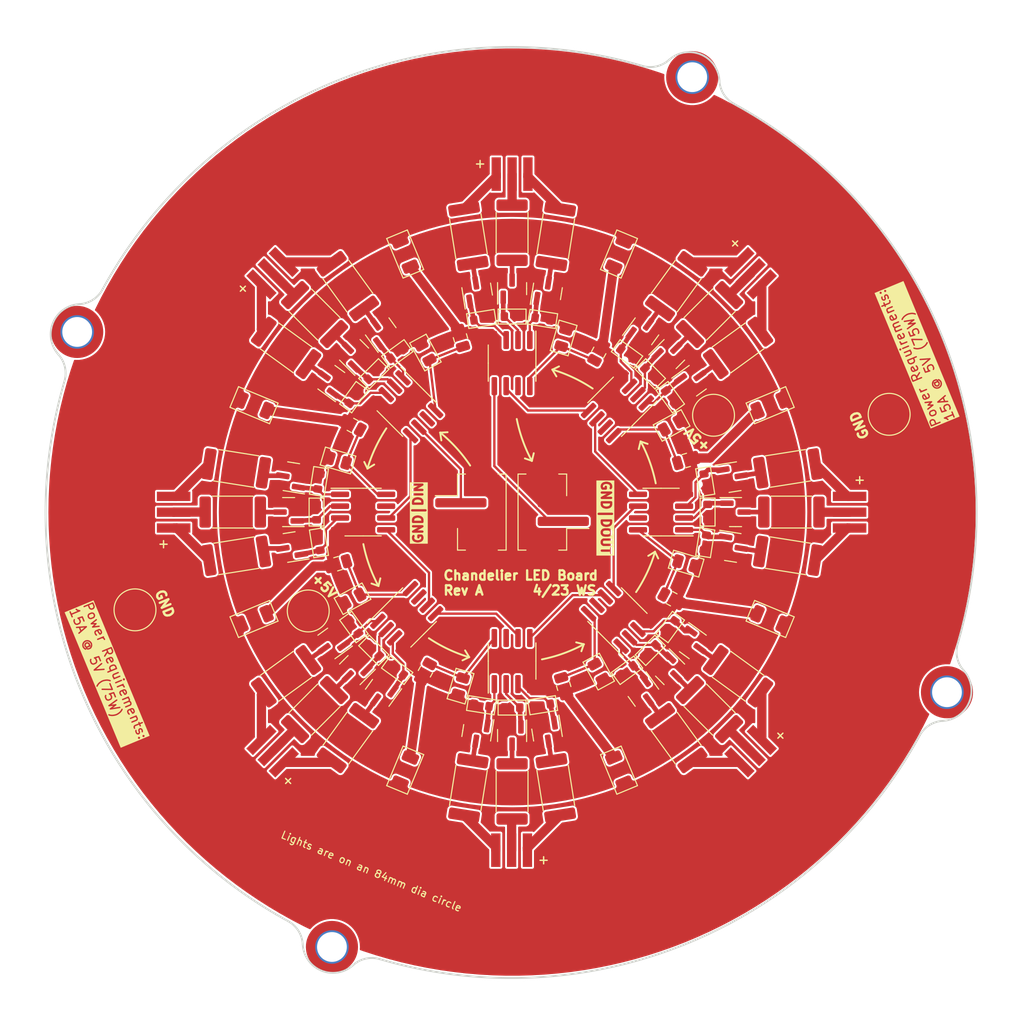
<source format=kicad_pcb>
(kicad_pcb (version 20221018) (generator pcbnew)
  (title_block (company "Winnie Szeto | github.com/wszeto9 | sites.google.com/view/winnies-renders"))
  (layers (0 "F.Cu" signal) (31 "B.Cu" signal) (34 "B.Paste" user) (35 "F.Paste" user) (36 "B.SilkS" user "B.Silkscreen") (37 "F.SilkS" user "F.Silkscreen") (38 "B.Mask" user) (39 "F.Mask" user) (44 "Edge.Cuts" user))
  (property "AUTHOR" "Winnie Szeto")
  (property "PROJECT_REVISION" "A01")
  (property "PROJECT_TITLE" "WS Template Project")
  (net 0 "")
  (net 1 "Net-(U1-VDD)")
  (net 2 "GND")
  (net 3 "Net-(U2-VDD)")
  (net 4 "Net-(U3-VDD)")
  (net 5 "Net-(U4-VDD)")
  (net 6 "Net-(U5-VDD)")
  (net 7 "Net-(U6-VDD)")
  (net 8 "Net-(U7-VDD)")
  (net 9 "Net-(U8-VDD)")
  (net 10 "Net-(D1-BA)")
  (net 11 "Net-(D1-GA)")
  (net 12 "Net-(D1-RA)")
  (net 13 "Net-(D2-BA)")
  (net 14 "Net-(D2-GA)")
  (net 15 "Net-(D2-RA)")
  (net 16 "Net-(D3-BA)")
  (net 17 "Net-(D3-GA)")
  (net 18 "Net-(D3-RA)")
  (net 19 "Net-(D4-BA)")
  (net 20 "Net-(D4-GA)")
  (net 21 "Net-(D4-RA)")
  (net 22 "Net-(D5-BA)")
  (net 23 "Net-(D5-GA)")
  (net 24 "Net-(D5-RA)")
  (net 25 "Net-(D6-BA)")
  (net 26 "Net-(D6-GA)")
  (net 27 "Net-(D6-RA)")
  (net 28 "Net-(D7-BA)")
  (net 29 "Net-(D7-GA)")
  (net 30 "Net-(D7-RA)")
  (net 31 "Net-(D8-BA)")
  (net 32 "Net-(D8-GA)")
  (net 33 "Net-(D8-RA)")
  (net 34 "+5V")
  (net 43 "/WS2811_1/n_RSig")
  (net 44 "/WS2811_1/R")
  (net 45 "/WS2811_1/n_GSig")
  (net 46 "/WS2811_1/G")
  (net 47 "/WS2811_1/n_BSig")
  (net 48 "/WS2811_1/B")
  (net 49 "/WS2811_2/n_RSig")
  (net 50 "/WS2811_2/R")
  (net 51 "/WS2811_2/n_GSig")
  (net 52 "/WS2811_2/G")
  (net 53 "/WS2811_2/n_BSig")
  (net 54 "/WS2811_2/B")
  (net 55 "/WS2811_3/n_RSig")
  (net 56 "/WS2811_3/R")
  (net 57 "/WS2811_3/n_GSig")
  (net 58 "/WS2811_3/G")
  (net 59 "/WS2811_3/n_BSig")
  (net 60 "/WS2811_3/B")
  (net 61 "/WS2811_4/n_RSig")
  (net 62 "/WS2811_4/R")
  (net 63 "/WS2811_4/n_GSig")
  (net 64 "/WS2811_4/G")
  (net 65 "/WS2811_4/n_BSig")
  (net 66 "/WS2811_4/B")
  (net 67 "/WS2811_5/n_RSig")
  (net 68 "/WS2811_5/R")
  (net 69 "/WS2811_5/n_GSig")
  (net 70 "/WS2811_5/G")
  (net 71 "/WS2811_5/n_BSig")
  (net 72 "/WS2811_5/B")
  (net 73 "/WS2811_6/n_RSig")
  (net 74 "/WS2811_6/R")
  (net 75 "/WS2811_6/n_GSig")
  (net 76 "/WS2811_6/G")
  (net 77 "/WS2811_6/n_BSig")
  (net 78 "/WS2811_6/B")
  (net 79 "/WS2811_7/n_RSig")
  (net 80 "/WS2811_7/R")
  (net 81 "/WS2811_7/n_GSig")
  (net 82 "/WS2811_7/G")
  (net 83 "/WS2811_7/n_BSig")
  (net 84 "/WS2811_7/B")
  (net 85 "/WS2811_8/n_RSig")
  (net 86 "/WS2811_8/R")
  (net 87 "/WS2811_8/n_GSig")
  (net 88 "/WS2811_8/G")
  (net 89 "/WS2811_8/n_BSig")
  (net 90 "/WS2811_8/B")
  (net 91 "/WS2811_1/DIN")
  (net 92 "/WS2811_2/DIN")
  (net 93 "/WS2811_3/DIN")
  (net 94 "/WS2811_4/DIN")
  (net 95 "/WS2811_5/DIN")
  (net 96 "/WS2811_6/DIN")
  (net 97 "/WS2811_7/DIN")
  (net 98 "GNDPWR")
  (net 99 "/DIN")
  (net 100 "/DOUT")
  (footprint "PCM_Resistor_SMD_AKL:R_0603_1608Metric" (layer "F.Cu") (at 64.65651 62.010642 -144)
    (fp_text reference "R53" hide)
    (fp_text value "0603,10k" hide)
  )
  (footprint "Package_TO_SOT_SMD:SOT-23" (layer "F.Cu") (at 73.245574 55.295479 99)
    (fp_text reference "Q1" hide)
    (fp_text value "Si2301CDS" hide)
  )
  (footprint "Package_TO_SOT_SMD:SOT-23" (layer "F.Cu") (at 93.970562 62.029437 45)
    (fp_text reference "Q5" hide)
    (fp_text value "Si2301CDS" hide)
  )
  (footprint "PCM_Resistor_SMD_AKL:R_0603_1608Metric" (layer "F.Cu") (at 80.285126 99.741456 9)
    (fp_text reference "R30" hide)
    (fp_text value "0603,10k" hide)
  )
  (footprint "PCM_Resistor_SMD_AKL:R_0603_1608Metric" (layer "F.Cu") (at 89.34349 95.989357 36)
    (fp_text reference "R25" hide)
    (fp_text value "0603,10k" hide)
  )
  (footprint "Resistor_SMD:R_2512_6332Metric" (layer "F.Cu") (at 98.213203 100.213203 -45)
    (fp_text reference "R27" hide)
    (fp_text value "2.2R/1W 2512" hide)
  )
  (footprint "Package_TO_SOT_SMD:SOT-23" (layer "F.Cu") (at 93.970562 95.970562 -45)
    (fp_text reference "Q11" hide)
    (fp_text value "Si2301CDS" hide)
  )
  (footprint "Resistor_SMD:R_2512_6332Metric" (layer "F.Cu") (at 59.366442 103.270512 -126)
    (fp_text reference "R40" hide)
    (fp_text value "3.9R/1W 2512" hide)
  )
  (footprint "PCM_Resistor_SMD_AKL:R_0805_2012Metric" (layer "F.Cu") (at 67.695404 61.863068 -61.5)
    (fp_text reference "R50" hide)
    (fp_text value "0805,68" hide)
  )
  (footprint "Capacitor_SMD:C_0805_2012Metric" (layer "F.Cu") (at 71.4617 60.303014 106.5)
    (fp_text reference "C8" hide)
    (fp_text value "0805,100nF,50V,X7R " hide)
  )
  (footprint "Resistor_SMD:R_2512_6332Metric" (layer "F.Cu") (at 59.366443 54.729487 126)
    (fp_text reference "R56" hide)
    (fp_text value "2.2R/1W 2512" hide)
  )
  (footprint "Resistor_SMD:R_2512_6332Metric" (layer "F.Cu") (at 94.633557 103.270512 -54)
    (fp_text reference "R28" hide)
    (fp_text value "2.2R/1W 2512" hide)
  )
  (footprint "Capacitor_SMD:C_0805_2012Metric" (layer "F.Cu") (at 59.863067 69.695405 151.5)
    (fp_text reference "C7" hide)
    (fp_text value "0805,100nF,50V,X7R " hide)
  )
  (footprint "Package_TO_SOT_SMD:SOT-23" (layer "F.Cu") (at 53 79 180)
    (fp_text reference "Q20" hide)
    (fp_text value "Si2301CDS" hide)
  )
  (footprint "Capacitor_SMD:C_0805_2012Metric" (layer "F.Cu") (at 67.695405 96.136933 -118.5)
    (fp_text reference "C5" hide)
    (fp_text value "0805,100nF,50V,X7R " hide)
  )
  (footprint "Package_TO_SOT_SMD:SOT-23" (layer "F.Cu") (at 100.704521 75.245574 9)
    (fp_text reference "Q7" hide)
    (fp_text value "Si2301CDS" hide)
  )
  (footprint "Package_TO_SOT_SMD:SOT-23" (layer "F.Cu") (at 57.583593 64.893154 144)
    (fp_text reference "Q22" hide)
    (fp_text value "Si2301CDS" hide)
  )
  (footprint "Package_TO_SOT_SMD:SOT-23" (layer "F.Cu") (at 62.893153 98.416407 -126)
    (fp_text reference "Q16" hide)
    (fp_text value "Si2301CDS" hide)
  )
  (footprint "PCM_Resistor_SMD_AKL:R_0603_1608Metric" (layer "F.Cu") (at 93.989357 91.34349 54)
    (fp_text reference "R23" hide)
    (fp_text value "0603,10k" hide)
  )
  (footprint "TestPoint:TestPoint_Pad_D4.0mm" (layer "F.Cu") (at 55.106777 89.618656)
    (fp_text reference "TP2" hide)
    (fp_text value "SolderPad" hide)
  )
  (footprint "Package_TO_SOT_SMD:SOT-23" (layer "F.Cu") (at 62.893154 59.583593 126)
    (fp_text reference "Q24" hide)
    (fp_text value "Si2301CDS" hide)
  )
  (footprint "PCM_Resistor_SMD_AKL:R_0603_1608Metric" (layer "F.Cu") (at 73.714874 99.741456 -9)
    (fp_text reference "R32" hide)
    (fp_text value "0603,10k" hide)
  )
  (footprint "PCM_Resistor_SMD_AKL:R_0603_1608Metric" (layer "F.Cu") (at 56 79 -90)
    (fp_text reference "R45" hide)
    (fp_text value "0603,10k" hide)
  )
  (footprint "PCM_Resistor_SMD_AKL:R_0603_1608Metric" (layer "F.Cu") (at 77 58 180)
    (fp_text reference "R2" hide)
    (fp_text value "0603,10k" hide)
  )
  (footprint "PCM_Resistor_SMD_AKL:R_1206_3216Metric" (layer "F.Cu") (at 49.283613 67.519497 -22.5)
    (fp_text reference "R64" hide)
    (fp_text value "1206,0" hide)
  )
  (footprint "PCM_Resistor_SMD_AKL:R_1206_3216Metric" (layer "F.Cu") (at 88.480502 51.283614 -112.5)
    (fp_text reference "R58" hide)
    (fp_text value "1206,0" hide)
  )
  (footprint "Package_TO_SOT_SMD:SOT-23" (layer "F.Cu") (at 53.295479 75.245574 171)
    (fp_text reference "Q21" hide)
    (fp_text value "Si2301CDS" hide)
  )
  (footprint "TestPoint:TestPoint_Pad_D4.0mm" (layer "F.Cu") (at 98.63633 68.600322)
    (fp_text reference "TP1" hide)
    (fp_text value "SolderPad" hide)
  )
  (footprint "Package_TO_SOT_SMD:SOT-23" (layer "F.Cu") (at 77 55 90)
    (fp_text reference "Q2" hide)
    (fp_text value "Si2301CDS" hide)
  )
  (footprint "MountingHole:MountingHole_3.2mm_M3_DIN965_Pad_TopOnly" (layer "F.Cu") (at 123.709626 98.347761 22.5)
    (fp_text reference "H4" hide)
    (fp_text value "MountingHole" hide)
  )
  (footprint "Connector_JST:JST_PH_B2B-PH-SM4-TB_1x02-1MP_P2.00mm_Vertical" (layer "F.Cu") (at 82 79 90)
    (fp_text reference "J1" hide)
    (fp_text value "JST PH 1x02 SMT VERT" hide)
  )
  (footprint "Package_TO_SOT_SMD:SOT-23" (layer "F.Cu") (at 91.106846 59.583592 54)
    (fp_text reference "Q4" hide)
    (fp_text value "Si2301CDS" hide)
  )
  (footprint "Resistor_SMD:R_2512_6332Metric" (layer "F.Cu") (at 77 109 -90)
    (fp_text reference "R34" hide)
    (fp_text value "2.2R/1W 2512" hide)
  )
  (footprint "Package_TO_SOT_SMD:SOT-23" (layer "F.Cu") (at 96.416406 64.893153 36)
    (fp_text reference "Q6" hide)
    (fp_text value "Si2301CDS" hide)
  )
  (footprint "Resistor_SMD:R_2512_6332Metric" (layer "F.Cu") (at 55.786796 100.213203 -135)
    (fp_text reference "R41" hide)
    (fp_text value "2.2R/1W 2512" hide)
  )
  (footprint "PCM_Resistor_SMD_AKL:R_0603_1608Metric" (layer "F.Cu") (at 56.258544 82.285126 -81)
    (fp_text reference "R44" hide)
    (fp_text value "0603,10k" hide)
  )
  (footprint "Package_TO_SOT_SMD:SOT-23" (layer "F.Cu") (at 77 103 -90)
    (fp_text reference "Q14" hide)
    (fp_text value "Si2301CDS" hide)
  )
  (footprint "Capacitor_SMD:C_0805_2012Metric" (layer "F.Cu") (at 86.304595 61.863067 61.5)
    (fp_text reference "C1" hide)
    (fp_text value "0805,100nF,50V,X7R " hide)
  )
  (footprint "PCM_Resistor_SMD_AKL:R_0603_1608Metric" (layer "F.Cu") (at 62.150757 64.150757 -135)
    (fp_text reference "R52" hide)
    (fp_text value "0603,10k" hide)
  )
  (footprint "WS_LCSC_Optoelectronics:9WLED" (layer "F.Cu") (at 118.950001 79.0125)
    (fp_text reference "D3" hide)
    (fp_text value "9W_LED" hide)
  )
  (footprint "Resistor_SMD:R_2512_6332Metric" (layer "F.Cu") (at 77 49 90)
    (fp_text reference "R4" hide)
    (fp_text value "2.2R/1W 2512" hide)
  )
  (footprint "PCM_Resistor_SMD_AKL:R_0603_1608Metric" (layer "F.Cu") (at 97.741456 75.714874 99)
    (fp_text reference "R16" hide)
    (fp_text value "0603,10k" hide)
  )
  (footprint "PCM_Resistor_SMD_AKL:R_0603_1608Metric" (layer "F.Cu") (at 93.989357 66.656509 126)
    (fp_text reference "R11" hide)
    (fp_text value "0603,10k" hide)
  )
  (footprint "WS_LCSC_Optoelectronics:9WLED" (layer "F.Cu") (at 106.648485 108.710984 -45)
    (fp_text reference "D4" hide)
    (fp_text value "9W_LED" hide)
  )
  (footprint "WS_LCSC_Optoelectronics:9WLED" (layer "F.Cu") (at 34.950001 79.0125 180)
    (fp_text reference "D7" hide)
    (fp_text value "9W_LED" hide)
  )
  (footprint "Resistor_SMD:R_2512_6332Metric" (layer "F.Cu") (at 47.36935 74.306965 171)
    (fp_text reference "R49" hide)
    (fp_text value "2.2R/1W 2512" hide)
  )
  (footprint "PCM_Resistor_SMD_AKL:R_0805_2012Metric" (layer "F.Cu") (at 86.304596 96.136932 118.5)
    (fp_text reference "R22" hide)
    (fp_text value "0805,68" hide)
  )
  (footprint "PCM_Resistor_SMD_AKL:R_0805_2012Metric" (layer "F.Cu") (at 94.136932 69.695404 -151.5)
    (fp_text reference "R7" hide)
    (fp_text value "0805,68" hide)
  )
  (footprint "MountingHole:MountingHole_3.2mm_M3_DIN965_Pad_TopOnly" (layer "F.Cu") (at 57.652239 125.709626 22.5)
    (fp_text reference "H3" hide)
    (fp_text value "MountingHole" hide)
  )
  (footprint "PCM_Resistor_SMD_AKL:R_1206_3216Metric" (layer "F.Cu") (at 104.716385 67.519497 -157.5)
    (fp_text reference "R59" hide)
    (fp_text value "1206,0" hide)
  )
  (footprint "Package_SO:SOIC-8_3.9x4.9mm_P1.27mm" (layer "F.Cu") (at 65.686291 67.686291 -45)
    (fp_text reference "U8" hide)
    (fp_text value "WS2811" hide)
  )
  (footprint "PCM_Resistor_SMD_AKL:R_0603_1608Metric" (layer "F.Cu") (at 64.656509 95.989357 -36)
    (fp_text reference "R37" hide)
    (fp_text value "0603,10k" hide)
  )
  (footprint "Package_SO:SOIC-8_3.9x4.9mm_P1.27mm" (layer "F.Cu") (at 93 79 180)
    (fp_text reference "U3" hide)
    (fp_text value "WS2811" hide)
  )
  (footprint "Resistor_SMD:R_2512_6332Metric" (layer "F.Cu") (at 94.633556 54.729488 54)
    (fp_text reference "R12" hide)
    (fp_text value "3.9R/1W 2512" hide)
  )
  (footprint "MountingHole:MountingHole_3.2mm_M3_DIN965_Pad_TopOnly" (layer "F.Cu") (at 30.290374 59.652239 22.5)
    (fp_text reference "H1" hide)
    (fp_text value "MountingHole" hide)
  )
  (footprint "PCM_Resistor_SMD_AKL:R_0805_2012Metric" (layer "F.Cu") (at 82.538301 60.303015 -106.5)
    (fp_text reference "R8" hide)
    (fp_text value "0805,68" hide)
  )
  (footprint "Resistor_SMD:R_2512_6332Metric" (layer "F.Cu") (at 101.270511 96.633557 -36)
    (fp_text reference "R26" hide)
    (fp_text value "3.9R/1W 2512" hide)
  )
  (footprint "PCM_Resistor_SMD_AKL:R_0805_2012Metric" (layer "F.Cu") (at 58.303016 73.461697 -16.5)
    (fp_text reference "R43" hide)
    (fp_text value "0805,68" hide)
  )
  (footprint "Package_SO:SOIC-8_3.9x4.9mm_P1.27mm" (layer "F.Cu") (at 65.686291 90.313708 45)
    (fp_text reference "U6" hide)
    (fp_text value "WS2811" hide)
  )
  (footprint "Resistor_SMD:R_2512_6332Metric" (layer "F.Cu") (at 52.729488 96.633556 -144)
    (fp_text reference "R42" hide)
    (fp_text value "2.2R/1W 2512" hide)
  )
  (footprint "WS_LCSC_Optoelectronics:9WLED" (layer "F.Cu") (at 47.251516 108.710984 -135)
    (fp_text reference "D6" hide)
    (fp_text value "9W_LED" hide)
  )
  (footprint "Package_TO_SOT_SMD:SOT-23" (layer "F.Cu") (at 80.754426 55.295479 81)
    (fp_text reference "Q3" hide)
    (fp_text value "Si2301CDS" hide)
  )
  (footprint "Resistor_SMD:R_2512_6332Metric" (layer "F.Cu") (at 101.270512 61.366442 36)
    (fp_text reference "R14" hide)
    (fp_text value "2.2R/1W 2512" hide)
  )
  (footprint "Package_TO_SOT_SMD:SOT-23" (layer "F.Cu") (at 100.704521 82.754426 -9)
    (fp_text reference "Q9" hide)
    (fp_text value "Si2301CDS" hide)
  )
  (footprint "PCM_Resistor_SMD_AKL:R_1206_3216Metric" (layer "F.Cu") (at 49.283615 90.480503 22.5)
    (fp_text reference "R63" hide)
    (fp_text value "1206,0" hide)
  )
  (footprint "Resistor_SMD:R_2512_6332Metric" (layer "F.Cu") (at 106.63065 83.693035 -9)
    (fp_text reference "R21" hide)
    (fp_text value "2.2R/1W 2512" hide)
  )
  (footprint "PCM_Resistor_SMD_AKL:R_0603_1608Metric" (layer "F.Cu") (at 77 100)
    (fp_text reference "R31" hide)
    (fp_text value "0603,10k" hide)
  )
  (footprint "PCM_Resistor_SMD_AKL:R_0603_1608Metric" (layer "F.Cu") (at 98 79 90)
    (fp_text reference "R17" hide)
    (fp_text value "0603,10k" hide)
  )
  (footprint "Package_SO:SOIC-8_3.9x4.9mm_P1.27mm" (layer "F.Cu") (at 88.313708 90.313708 135)
    (fp_text reference "U4" hide)
    (fp_text value "WS2811" hide)
  )
  (footprint "PCM_Resistor_SMD_AKL:R_0603_1608Metric" (layer "F.Cu") (at 89.343489 62.010642 144)
    (fp_text reference "R9" hide)
    (fp_text value "0603,10k" hide)
  )
  (footprint "Connector_JST:JST_PH_B2B-PH-SM4-TB_1x02-1MP_P2.00mm_Vertical" (layer "F.Cu") (at 72 79 -90)
    (fp_text reference "J3" hide)
    (fp_text value "JST PH 1x02 SMT VERT" hide)
  )
  (footprint "Capacitor_SMD:C_0805_2012Metric" (layer "F.Cu") (at 82.5383 97.696985 -73.5)
    (fp_text reference "C4" hide)
    (fp_text value "0805,100nF,50V,X7R " hide)
  )
  (footprint "Resistor_SMD:R_2512_6332Metric" (layer "F.Cu") (at 81.693035 49.369349 81)
    (fp_text reference "R5" hide)
    (fp_text value "2.2R/1W 2512" hide)
  )
  (footprint "Package_SO:SOIC-8_3.9x4.9mm_P1.27mm" (layer "F.Cu") (at 77 63 -90)
    (fp_text reference "U1" hide)
    (fp_text value "WS2811" hide)
  )
  (footprint "Capacitor_SMD:C_0805_2012Metric" (layer "F.Cu") (at 95.696985 73.461699 16.5)
    (fp_text reference "C2" hide)
    (fp_text value "0805,100nF,50V,X7R " hide)
  )
  (footprint "PCM_Resistor_SMD_AKL:R_0603_1608Metric" (layer "F.Cu") (at 62.150757 93.849242 -45)
    (fp_text reference "R38" hide)
    (fp_text value "0603,10k" hide)
  )
  (footprint "Package_TO_SOT_SMD:SOT-23" (layer "F.Cu") (at 101 79)
    (fp_text reference "Q8" hide)
    (fp_text value "Si2301CDS" hide)
  )
  (footprint "PCM_Resistor_SMD_AKL:R_0603_1608Metric" (layer "F.Cu") (at 60.010642 91.343489 -54)
    (fp_text reference "R39" hide)
    (fp_text value "0603,10k" hide)
  )
  (footprint "Resistor_SMD:R_2512_6332Metric" (layer "F.Cu") (at 55.786796 57.786796 135)
    (fp_text reference "R55" hide)
    (fp_text value "2.2R/1W 2512" hide)
  )
  (footprint "TestPoint:TestPoint_Pad_D4.0mm" (layer "F.Cu") (at 117.5 68.5)
    (fp_text reference "TP3" hide)
    (fp_text value "SolderPad" hide)
  )
  (footprint "Package_TO_SOT_SMD:SOT-23" (layer "F.Cu") (at 57.583592 93.106846 -144)
    (fp_text reference "Q18" hide)
    (fp_text value "Si2301CDS" hide)
  )
  (footprint "Package_TO_SOT_SMD:SOT-23" (layer "F.Cu") (at 53.295479 82.754426 -171)
    (fp_text reference "Q19" hide)
    (fp_text value "Si2301CDS" hide)
  )
  (footprint "PCM_Resistor_SMD_AKL:R_0603_1608Metric" (layer "F.Cu") (at 73.714874 58.258544 -171)
    (fp_text reference "R1" hide)
    (fp_text value "0603,10k" hide)
  )
  (footprint "MountingHole:MountingHole_3.2mm_M3_DIN965_Pad_TopOnly" (layer "F.Cu") (at 96.347761 32.290374 22.5)
    (fp_text reference "H2" hide)
    (fp_text value "MountingHole" hide)
  )
  (footprint "Resistor_SMD:R_2512_6332Metric" (layer "F.Cu") (at 106.63065 74.306965 9)
    (fp_text reference "R19" hide)
    (fp_text value "3.9R/1W 2512" hide)
  )
  (footprint "Package_SO:SOIC-8_3.9x4.9mm_P1.27mm" (layer "F.Cu") (at 61 79)
    (fp_text reference "U7" hide)
    (fp_text value "WS2811" hide)
  )
  (footprint "Package_TO_SOT_SMD:SOT-23" (layer "F.Cu") (at 60.029437 95.970562 -135)
    (fp_text reference "Q17" hide)
    (fp_text value "Si2301CDS" hide)
  )
  (footprint "PCM_Resistor_SMD_AKL:R_0603_1608Metric" (layer "F.Cu") (at 91.849242 93.849242 45)
    (fp_text reference "R24" hide)
    (fp_text value "0603,10k" hide)
  )
  (footprint "Package_TO_SOT_SMD:SOT-23" (layer "F.Cu") (at 80.754426 102.704521 -81)
    (fp_text reference "Q13" hide)
    (fp_text value "Si2301CDS" hide)
  )
  (footprint "PCM_Resistor_SMD_AKL:R_0805_2012Metric" (layer "F.Cu") (at 59.863068 88.304596 28.5)
    (fp_text reference "R36" hide)
    (fp_text value "0805,68" hide)
  )
  (footprint "PCM_Resistor_SMD_AKL:R_0603_1608Metric" (layer "F.Cu") (at 97.741456 82.285126 81)
    (fp_text reference "R18" hide)
    (fp_text value "0603,10k" hide)
  )
  (footprint "Package_SO:SOIC-8_3.9x4.9mm_P1.27mm" (layer "F.Cu") (at 77 95 90)
    (fp_text reference "U5" hide)
    (fp_text value "WS2811" hide)
  )
  (footprint "Package_TO_SOT_SMD:SOT-23" (layer "F.Cu") (at 91.106846 98.416407 -54)
    (fp_text reference "Q12" hide)
    (fp_text value "Si2301CDS" hide)
  )
  (footprint "PCM_Resistor_SMD_AKL:R_1206_3216Metric" (layer "F.Cu") (at 104.716385 90.480503 157.5)
    (fp_text reference "R60" hide)
    (fp_text value "1206,0" hide)
  )
  (footprint "Resistor_SMD:R_2512_6332Metric" (layer "F.Cu") (at 98.213203 57.786796 45)
    (fp_text reference "R13" hide)
    (fp_text value "2.2R/1W 2512" hide)
  )
  (footprint "Package_TO_SOT_SMD:SOT-23" (layer "F.Cu") (at 96.416407 93.106846 -36)
    (fp_text reference "Q10" hide)
    (fp_text value "Si2301CDS" hide)
  )
  (footprint "Capacitor_SMD:C_0805_2012Metric" (layer "F.Cu") (at 58.303014 84.538299 -163.5)
    (fp_text reference "C6" hide)
    (fp_text value "0805,100nF,50V,X7R " hide)
  )
  (footprint "PCM_Resistor_SMD_AKL:R_0603_1608Metric" (layer "F.Cu") (at 91.849242 64.150756 135)
    (fp_text reference "R10" hide)
    (fp_text value "0603,10k" hide)
  )
  (footprint "PCM_Resistor_SMD_AKL:R_0603_1608Metric" (layer "F.Cu") (at 56.258544 75.714874 -99)
    (fp_text reference "R46" hide)
    (fp_text value "0603,10k" hide)
  )
  (footprint "PCM_Resistor_SMD_AKL:R_1206_3216Metric" (layer "F.Cu") (at 88.480503 106.716385 112.5)
    (fp_text reference "R61" hide)
    (fp_text value "1206,0" hide)
  )
  (footprint "PCM_Resistor_SMD_AKL:R_0603_1608Metric" (layer "F.Cu") (at 80.285126 58.258544 171)
    (fp_text reference "R3" hide)
    (fp_text value "0603,10k" hide)
  )
  (footprint "Resistor_SMD:R_2512_6332Metric" (layer "F.Cu") (at 47.36935 83.693035 -171)
    (fp_text reference "R47" hide)
    (fp_text value "3.9R/1W 2512" hide)
  )
  (footprint "PCM_Resistor_SMD_AKL:R_0603_1608Metric" (layer "F.Cu") (at 60.010642 66.65651 -126)
    (fp_text reference "R51" hide)
    (fp_text value "0603,10k" hide)
  )
  (footprint "Package_SO:SOIC-8_3.9x4.9mm_P1.27mm" (layer "F.Cu") (at 88.313708 67.686291 -135)
    (fp_text reference "U2" hide)
    (fp_text value "WS2811" hide)
  )
  (footprint "Resistor_SMD:R_2512_6332Metric" (layer "F.Cu") (at 72.306965 49.36935 99)
    (fp_text reference "R6" hide)
    (fp_text value "3.9R/1W 2512" hide)
  )
  (footprint "PCM_Resistor_SMD_AKL:R_1206_3216Metric" (layer "F.Cu") (at 65.519496 106.716386 67.5)
    (fp_text reference "R62" hide)
    (fp_text value "1206,0" hide)
  )
  (footprint "TestPoint:TestPoint_Pad_D4.0mm" (layer "F.Cu") (at 36.5 89.5)
    (fp_text reference "TP4" hide)
    (fp_text value "SolderPad" hide)
  )
  (footprint "WS_LCSC_Optoelectronics:9WLED" (layer "F.Cu") (at 77 37 90)
    (fp_text reference "D1" hide)
    (fp_text value "9W_LED" hide)
  )
  (footprint "Package_TO_SOT_SMD:SOT-23" (layer "F.Cu") (at 73.245574 102.704521 -99)
    (fp_text reference "Q15" hide)
    (fp_text value "Si2301CDS" hide)
  )
  (footprint "WS_LCSC_Optoelectronics:9WLED" (layer "F.Cu") (at 76.950001 121.0125 -90)
    (fp_text reference "D5" hide)
    (fp_text value "9W_LED" hide)
  )
  (footprint "Resistor_SMD:R_2512_6332Metric" (layer "F.Cu") (at 52.729487 61.366443 144)
    (fp_text reference "R54" hide)
    (fp_text value "3.9R/1W 2512" hide)
  )
  (footprint "PCM_Resistor_SMD_AKL:R_0805_2012Metric" (layer "F.Cu") (at 95.696984 84.538301 163.5)
    (fp_text reference "R15" hide)
    (fp_text value "0805,68" hide)
  )
  (footprint "Resistor_SMD:R_2512_6332Metric" (layer "F.Cu") (at 107 79)
    (fp_text reference "R20" hide)
    (fp_text value "2.2R/1W 2512" hide)
  )
  (footprint "WS_LCSC_Optoelectronics:9WLED" (layer "F.Cu") (at 106.648485 49.314015 45)
    (fp_text reference "D2" hide)
    (fp_text value "9W_LED" hide)
  )
  (footprint "Resistor_SMD:R_2512_6332Metric" (layer "F.Cu") (at 72.306965 108.630651 -99)
    (fp_text reference "R35" hide)
    (fp_text value "2.2R/1W 2512" hide)
  )
  (footprint "PCM_Resistor_SMD_AKL:R_1206_3216Metric" (layer "F.Cu") (at 65.519497 51.283615 -67.5)
    (fp_text reference "R57" hide)
    (fp_text value "1206,0" hide)
  )
  (footprint "Resistor_SMD:R_2512_6332Metric" (layer "F.Cu") (at 81.693035 108.63065 -81)
    (fp_text reference "R33" hide)
    (fp_text value "3.9R/1W 2512" hide)
  )
  (footprint "Resistor_SMD:R_2512_6332Metric" (layer "F.Cu") (at 47 79 180)
    (fp_text reference "R48" hide)
    (fp_text value "2.2R/1W 2512" hide)
  )
  (footprint "PCM_Resistor_SMD_AKL:R_0805_2012Metric" (layer "F.Cu") (at 71.461697 97.696983 73.5)
    (fp_text reference "R29" hide)
    (fp_text value "0805,68" hide)
  )
  (footprint "Package_TO_SOT_SMD:SOT-23" (layer "F.Cu") (at 60.029437 62.029437 135)
    (fp_text reference "Q23" hide)
    (fp_text value "Si2301CDS" hide)
  )
  (footprint "Capacitor_SMD:C_0805_2012Metric" (layer "F.Cu") (at 94.136933 88.304595 -28.5)
    (fp_text reference "C3" hide)
    (fp_text value "0805,100nF,50V,X7R " hide)
  )
  (footprint "WS_LCSC_Optoelectronics:9WLED" (layer "F.Cu") (at 47.251516 49.314015 135)
    (fp_text reference "D8" hide)
    (fp_text value "9W_LED" hide)
  )
  (gr_line (start 62.653451 86.934286) (end 61.897672 86.673366) (stroke (width 0.2)) (layer "F.SilkS"))
  (gr_line (start 61.47137 74.331403) (end 61.121454 73.612485) (stroke (width 0.2)) (layer "F.SilkS"))
  (gr_arc (start 84.716376 93.196251) (mid 82.521558 94.175895) (end 80.206094 94.820526) (stroke (width 0.2)) (layer "F.SilkS"))
  (gr_line (start 69.274629 70.468233) (end 69.403557 71.303232) (stroke (width 0.2)) (layer "F.SilkS"))
  (gr_line (start 90.800626 71.416468) (end 90.6002 72.237244) (stroke (width 0.2)) (layer "F.SilkS"))
  (gr_line (start 62.653451 86.934286) (end 62.853877 86.113511) (stroke (width 0.2)) (layer "F.SilkS"))
  (gr_arc (start 81.316543 63.690258) (mid 83.561216 64.549532) (end 85.654328 65.730971) (stroke (width 0.2)) (layer "F.SilkS"))
  (gr_line (start 92.347183 83.261707) (end 92.697101 83.980622) (stroke (width 0.2)) (layer "F.SilkS"))
  (gr_line (start 92.347183 83.261707) (end 91.625084 83.70036) (stroke (width 0.2)) (layer "F.SilkS"))
  (gr_line (start 84.703316 93.19222) (end 84.442396 93.947999) (stroke (width 0.2)) (layer "F.SilkS"))
  (gr_arc (start 92.359267 83.255322) (mid 91.5 85.5) (end 90.318553 87.593109) (stroke (width 0.2)) (layer "F.SilkS"))
  (gr_arc (start 61.459288 74.337786) (mid 62.318555 72.093109) (end 63.500001 70) (stroke (width 0.2)) (layer "F.SilkS"))
  (gr_arc (start 90.804656 71.403411) (mid 91.784289 73.598231) (end 92.428931 75.913691) (stroke (width 0.2)) (layer "F.SilkS"))
  (gr_line (start 79.128306 73.497224) (end 79.328731 72.676446) (stroke (width 0.2)) (layer "F.SilkS"))
  (gr_line (start 90.800626 71.416468) (end 91.556407 71.677393) (stroke (width 0.2)) (layer "F.SilkS"))
  (gr_line (start 81.322926 63.70234) (end 82.041845 63.352424) (stroke (width 0.2)) (layer "F.SilkS"))
  (gr_line (start 84.703316 93.19222) (end 83.882541 92.991794) (stroke (width 0.2)) (layer "F.SilkS"))
  (gr_arc (start 72.399007 94.590237) (mid 70.154327 93.730973) (end 68.06122 92.549523) (stroke (width 0.2)) (layer "F.SilkS"))
  (gr_line (start 61.47137 74.331403) (end 62.19347 73.892749) (stroke (width 0.2)) (layer "F.SilkS"))
  (gr_line (start 81.322926 63.70234) (end 81.76158 64.424439) (stroke (width 0.2)) (layer "F.SilkS"))
  (gr_arc (start 69.273355 70.454628) (mid 71.018339 72.107488) (end 72.5 74) (stroke (width 0.2)) (layer "F.SilkS"))
  (gr_line (start 72.392622 94.578153) (end 71.953969 93.856054) (stroke (width 0.2)) (layer "F.SilkS"))
  (gr_arc (start 79.124276 73.51028) (mid 78.144643 71.31546) (end 77.5 69) (stroke (width 0.2)) (layer "F.SilkS"))
  (gr_line (start 69.274629 70.468233) (end 70.072731 70.420071) (stroke (width 0.2)) (layer "F.SilkS"))
  (gr_line (start 72.392622 94.578153) (end 71.673707 94.928071) (stroke (width 0.2)) (layer "F.SilkS"))
  (gr_arc (start 62.649421 86.947346) (mid 61.669783 84.752526) (end 61.025145 82.437064) (stroke (width 0.2)) (layer "F.SilkS"))
  (gr_line (start 79.128306 73.497224) (end 78.372525 73.236299) (stroke (width 0.2)) (layer "F.SilkS"))
  (gr_arc (start 59.928967 127.65838) (mid 56.514292 128.242423) (end 54.512733 125.414902) (stroke (width 0.2)) (layer "Edge.Cuts"))
  (gr_arc (start 125.504727 96.009056) (mid 126.08877 99.423731) (end 123.261249 101.42529) (stroke (width 0.2)) (layer "Edge.Cuts"))
  (gr_arc (start 59.928967 127.65838) (mid 61.270392 126.964973) (end 62.779675 127.01288) (stroke (width 0.2)) (layer "Edge.Cuts"))
  (gr_arc (start 120.789057 102.984607) (mid 121.822405 101.8835) (end 123.261249 101.42529) (stroke (width 0.2)) (layer "Edge.Cuts"))
  (gr_arc (start 100.830954 35.148966) (mid 99.729857 34.115615) (end 99.271637 32.676774) (stroke (width 0.2)) (layer "Edge.Cuts"))
  (gr_arc (start 52.953416 122.94271) (mid 54.054514 123.97606) (end 54.512733 125.414902) (stroke (width 0.2)) (layer "Edge.Cuts"))
  (gr_arc (start 93.855402 30.433296) (mid 92.513978 31.126701) (end 91.004695 31.078796) (stroke (width 0.2)) (layer "Edge.Cuts"))
  (gr_arc (start 28.279642 62.082621) (mid 28.973047 63.424045) (end 28.925143 64.933328) (stroke (width 0.2)) (layer "Edge.Cuts"))
  (gr_arc (start 93.855402 30.433296) (mid 97.270077 29.849253) (end 99.271637 32.676774) (stroke (width 0.2)) (layer "Edge.Cuts"))
  (gr_arc (start 28.279642 62.082621) (mid 27.695598 58.667945) (end 30.52312 56.666386) (stroke (width 0.2)) (layer "Edge.Cuts"))
  (gr_arc (start 52.953416 122.94271) (mid 30.698208 98.18001) (end 28.925143 64.933328) (stroke (width 0.2)) (layer "Edge.Cuts"))
  (gr_arc (start 32.995312 55.107069) (mid 31.961962 56.208167) (end 30.52312 56.666386) (stroke (width 0.2)) (layer "Edge.Cuts"))
  (gr_arc (start 100.830954 35.148966) (mid 123.086161 59.911667) (end 124.859226 93.158348) (stroke (width 0.2)) (layer "Edge.Cuts"))
  (gr_arc (start 120.789057 102.984607) (mid 96.026356 125.239815) (end 62.779675 127.01288) (stroke (width 0.2)) (layer "Edge.Cuts"))
  (gr_arc (start 125.504727 96.009056) (mid 124.811334 94.667631) (end 124.859226 93.158348) (stroke (width 0.2)) (layer "Edge.Cuts"))
  (gr_arc (start 32.995312 55.107069) (mid 57.758013 32.851861) (end 91.004695 31.078796) (stroke (width 0.2)) (layer "Edge.Cuts"))
  (gr_text "Power Requirements:\n15A @ 5V (75W)" (at 29.3 89.5 -67.5) (layer "F.SilkS" knockout) (effects (font (size 1 1)) (justify left bottom)))
  (gr_text "Lights are on an 84mm dia circle" (at 52 114 -22.5) (layer "F.SilkS") (effects (font (size 0.8 0.8) (thickness 0.12)) (justify left bottom)))
  (gr_text "+5V" (at 55.249193 86.15596 -45) (layer "F.SilkS") (effects (font (size 1 1) (thickness 0.25) bold) (justify left bottom)))
  (gr_text "GND" (at 38.5 87.5 -67.5) (layer "F.SilkS") (effects (font (size 1 1) (thickness 0.25) bold) (justify left bottom)))
  (gr_text "GND" (at 115.5 71.000001 112.5) (layer "F.SilkS") (effects (font (size 1 1) (thickness 0.25) bold) (justify left bottom)))
  (gr_text "Power Requirements:\n15A @ 5V (75W)" (at 124.7 69 112.5) (layer "F.SilkS" knockout) (effects (font (size 1 1)) (justify left bottom)))
  (gr_text "GND|DOUT" (at 86.5 75.5 -90) (layer "F.SilkS" knockout) (effects (font (size 1 1) (thickness 0.25) bold) (justify left bottom)))
  (gr_text "GND|DIN" (at 67.5 82.5 90) (layer "F.SilkS" knockout) (effects (font (size 1 1) (thickness 0.25) bold) (justify left bottom)))
  (gr_text "Chandelier LED Board\nRev A       4/23 WS" (at 69.499999 88) (layer "F.SilkS") (effects (font (size 1 1) (thickness 0.25) bold) (justify left bottom)))
  (gr_text "+5V" (at 98.5 72 135) (layer "F.SilkS") (effects (font (size 1 1) (thickness 0.25) bold) (justify left bottom)))
  (segment (start 78.905 64.552076) (end 82.279138 61.177938) (width 0.25) (layer "F.Cu") (net 1))
  (segment (start 85.851294 62.697943) (end 82.279138 61.177938) (width 0.25) (layer "F.Cu") (net 1))
  (segment (start 78.905 65.475) (end 78.905 64.552076) (width 0.25) (layer "F.Cu") (net 1))
  (segment (start 103.365212 68.079172) (end 98.2525 73.191884) (width 1) (layer "F.Cu") (net 2))
  (segment (start 66.079172 52.634788) (end 71.191885 59.392135) (width 1) (layer "F.Cu") (net 2))
  (segment (start 98.2525 73.191884) (end 96.607864 73.191884) (width 1) (layer "F.Cu") (net 2))
  (segment (start 50.634787 68.079172) (end 59.028191 69.242104) (width 1) (layer "F.Cu") (net 2))
  (segment (start 87.920827 52.634788) (end 86.757896 61.028191) (width 1) (layer "F.Cu") (net 2))
  (segment (start 103.365211 89.920828) (end 94.971809 88.757896) (width 1) (layer "F.Cu") (net 2))
  (segment (start 87.920828 105.365212) (end 82.808115 98.607864) (width 1) (layer "F.Cu") (net 2))
  (segment (start 50.634788 89.920828) (end 55.747502 84.808114) (width 1) (layer "F.Cu") (net 2))
  (segment (start 66.079171 105.365212) (end 67.242104 96.971809) (width 1) (layer "F.Cu") (net 2))
  (segment (start 55.747502 84.808114) (end 57.392135 84.808114) (width 1) (layer "F.Cu") (net 2))
  (segment (start 93.335011 70.130811) (end 94.786106 73.731514) (width 0.25) (layer "F.Cu") (net 3))
  (segment (start 88.563265 70.130811) (end 87.910657 70.783419) (width 0.25) (layer "F.Cu") (net 3))
  (segment (start 93.335011 70.130811) (end 88.563265 70.130811) (width 0.25) (layer "F.Cu") (net 3))
  (segment (start 94.822061 84.279137) (end 90.525 80.905) (width 0.25) (layer "F.Cu") (net 4))
  (segment (start 93.302057 87.851294) (end 94.822061 84.279137) (width 0.25) (layer "F.Cu") (net 4))
  (segment (start 85.869189 90.563266) (end 85.21658 89.910657) (width 0.25) (layer "F.Cu") (net 5))
  (segment (start 85.869189 95.335011) (end 85.869189 90.563266) (width 0.25) (layer "F.Cu") (net 5))
  (segment (start 82.268486 96.786106) (end 85.869189 95.335011) (width 0.25) (layer "F.Cu") (net 5))
  (segment (start 68.148706 95.302057) (end 71.720862 96.82206) (width 0.25) (layer "F.Cu") (net 6))
  (segment (start 71.720862 96.82206) (end 75.095 92.525) (width 0.25) (layer "F.Cu") (net 6))
  (segment (start 60.664989 87.869189) (end 65.436733 87.869189) (width 0.25) (layer "F.Cu") (net 7))
  (segment (start 60.664989 87.869189) (end 59.213893 84.268484) (width 0.25) (layer "F.Cu") (net 7))
  (segment (start 65.436733 87.869189) (end 66.089342 87.21658) (width 0.25) (layer "F.Cu") (net 7))
  (segment (start 63.475 77.095) (end 62.552078 77.095) (width 0.25) (layer "F.Cu") (net 8))
  (segment (start 59.177939 73.720861) (end 60.697943 70.148706) (width 0.25) (layer "F.Cu") (net 8))
  (segment (start 62.552078 77.095) (end 59.177939 73.720861) (width 0.25) (layer "F.Cu") (net 8))
  (segment (start 71.731515 61.213893) (end 68.130811 62.664989) (width 0.25) (layer "F.Cu") (net 9))
  (segment (start 68.783419 68.089342) (end 68.130811 62.664989) (width 0.25) (layer "F.Cu") (net 9))
  (segment (start 78.7 42.7) (end 78.7 42.98685) (width 1) (layer "F.Cu") (net 10))
  (segment (start 78.7 42.98685) (end 82.156472 46.443322) (width 1) (layer "F.Cu") (net 10))
  (segment (start 77 42.7) (end 77 46.0375) (width 1) (layer "F.Cu") (net 11))
  (segment (start 75.3 42.986851) (end 71.843528 46.443323) (width 1) (layer "F.Cu") (net 12))
  (segment (start 75.3 42.7) (end 75.3 42.986851) (width 1) (layer "F.Cu") (net 12))
  (segment (start 103.820058 59.472295) (end 103.667225 59.625128) (width 1) (layer "F.Cu") (net 13))
  (segment (start 103.820058 54.546605) (end 103.820058 59.472295) (width 1) (layer "F.Cu") (net 13))
  (segment (start 102.617976 53.382023) (end 100.308007 55.691992) (width 1) (layer "F.Cu") (net 14))
  (segment (start 102.617976 53.344524) (end 102.617976 53.382023) (width 1) (layer "F.Cu") (net 14))
  (segment (start 96.565203 52.142442) (end 96.37487 52.332775) (width 1) (layer "F.Cu") (net 15))
  (segment (start 101.415895 52.142442) (end 96.565203 52.142442) (width 1) (layer "F.Cu") (net 15))
  (segment (start 113.250001 80.7125) (end 113.000649 80.7125) (width 1) (layer "F.Cu") (net 16))
  (segment (start 113.000649 80.7125) (end 109.556677 84.156472) (width 1) (layer "F.Cu") (net 16))
  (segment (start 109.975 79.0125) (end 109.9625 79) (width 1) (layer "F.Cu") (net 17))
  (segment (start 113.250001 79.0125) (end 109.975 79.0125) (width 1) (layer "F.Cu") (net 17))
  (segment (start 113.250001 77.3125) (end 113.025649 77.3125) (width 1) (layer "F.Cu") (net 18))
  (segment (start 113.025649 77.3125) (end 109.556677 73.843528) (width 1) (layer "F.Cu") (net 18))
  (segment (start 101.415895 105.882557) (end 96.590203 105.882557) (width 1) (layer "F.Cu") (net 19))
  (segment (start 96.590203 105.882557) (end 96.374871 105.667225) (width 1) (layer "F.Cu") (net 19))
  (segment (start 100.308007 102.370506) (end 102.617976 104.680475) (width 1) (layer "F.Cu") (net 20))
  (segment (start 100.308007 102.308007) (end 100.308007 102.370506) (width 1) (layer "F.Cu") (net 20))
  (segment (start 103.820058 98.527704) (end 103.667225 98.374872) (width 1) (layer "F.Cu") (net 21))
  (segment (start 103.820058 103.478393) (end 103.820058 98.527704) (width 1) (layer "F.Cu") (net 21))
  (segment (start 75.250001 114.963151) (end 71.843528 111.556678) (width 1) (layer "F.Cu") (net 22))
  (segment (start 75.250001 115.3125) (end 75.250001 114.963151) (width 1) (layer "F.Cu") (net 22))
  (segment (start 76.950001 112.012499) (end 77 111.9625) (width 1) (layer "F.Cu") (net 23))
  (segment (start 76.950001 115.3125) (end 76.950001 112.012499) (width 1) (layer "F.Cu") (net 23))
  (segment (start 78.650001 115.063148) (end 82.156472 111.556677) (width 1) (layer "F.Cu") (net 24))
  (segment (start 78.650001 115.312499) (end 78.650001 115.063148) (width 1) (layer "F.Cu") (net 24))
  (segment (start 50.079943 103.478394) (end 50.079943 98.627702) (width 1) (layer "F.Cu") (net 25))
  (segment (start 50.079943 98.627702) (end 50.332775 98.37487) (width 1) (layer "F.Cu") (net 25))
  (segment (start 53.654493 102.308007) (end 51.282025 104.680475) (width 1) (layer "F.Cu") (net 26))
  (segment (start 53.691992 102.308007) (end 53.654493 102.308007) (width 1) (layer "F.Cu") (net 26))
  (segment (start 52.484105 105.882557) (end 57.409796 105.882557) (width 1) (layer "F.Cu") (net 27))
  (segment (start 57.409796 105.882557) (end 57.625128 105.667225) (width 1) (layer "F.Cu") (net 27))
  (segment (start 40.650001 77.3125) (end 40.974351 77.3125) (width 1) (layer "F.Cu") (net 28))
  (segment (start 40.974351 77.3125) (end 44.443323 73.843528) (width 1) (layer "F.Cu") (net 28))
  (segment (start 44.0375 79) (end 40.662501 79) (width 1) (layer "F.Cu") (net 29))
  (segment (start 40.662501 79) (end 40.650001 79.0125) (width 1) (layer "F.Cu") (net 29))
  (segment (start 40.999351 80.7125) (end 44.443323 84.156472) (width 1) (layer "F.Cu") (net 30))
  (segment (start 40.650001 80.7125) (end 40.999351 80.7125) (width 1) (layer "F.Cu") (net 30))
  (segment (start 57.434797 52.142442) (end 57.625129 52.332774) (width 1) (layer "F.Cu") (net 31))
  (segment (start 52.484106 52.142442) (end 57.434797 52.142442) (width 1) (layer "F.Cu") (net 31))
  (segment (start 53.629493 55.691992) (end 51.282025 53.344524) (width 1) (layer "F.Cu") (net 32))
  (segment (start 53.691992 55.691992) (end 53.629493 55.691992) (width 1) (layer "F.Cu") (net 32))
  (segment (start 50.079943 54.546605) (end 50.079943 59.372298) (width 1) (layer "F.Cu") (net 33))
  (segment (start 50.079943 59.372298) (end 50.332774 59.625129) (width 1) (layer "F.Cu") (net 33))
  (segment (start 75.113515 59) (end 73.512429 59) (width 0.25) (layer "F.Cu") (net 43))
  (segment (start 72.453927 56.37005) (end 72.900031 58.387602) (width 0.5) (layer "F.Cu") (net 43))
  (segment (start 73.512429 59) (end 72.900031 58.387602) (width 0.25) (layer "F.Cu") (net 43))
  (segment (start 76.365 60.251486) (end 75.113515 59) (width 0.25) (layer "F.Cu") (net 43))
  (segment (start 76.365 60.525) (end 76.365 60.251486) (width 0.25) (layer "F.Cu") (net 43))
  (segment (start 73.098917 54.369521) (end 72.770402 52.295376) (width 0.5) (layer "F.Cu") (net 44))
  (segment (start 76.05 55.937501) (end 76.05 57.875) (width 0.5) (layer "F.Cu") (net 45))
  (segment (start 76.05 57.875) (end 76.175 58) (width 0.5) (layer "F.Cu") (net 45))
  (segment (start 77.635 59.46) (end 76.175 58) (width 0.25) (layer "F.Cu") (net 45))
  (segment (start 77.635 60.525) (end 77.635 59.46) (width 0.25) (layer "F.Cu") (net 45))
  (segment (start 77 54.0625) (end 77 51.9625) (width 0.5) (layer "F.Cu") (net 46))
  (segment (start 78.905 60.525) (end 78.905 58.694769) (width 0.25) (layer "F.Cu") (net 47))
  (segment (start 79.669465 56.072824) (end 79.470283 58.129486) (width 0.5) (layer "F.Cu") (net 47))
  (segment (start 78.905 58.694769) (end 79.470283 58.129486) (width 0.25) (layer "F.Cu") (net 47))
  (segment (start 80.901082 54.369521) (end 81.229598 52.295376) (width 0.5) (layer "F.Cu") (net 48))
  (segment (start 89.808188 65.293785) (end 89.808188 63.945351) (width 0.25) (layer "F.Cu") (net 49))
  (segment (start 89.614784 65.487189) (end 89.808188 65.293785) (width 0.25) (layer "F.Cu") (net 49))
  (segment (start 89.808188 63.945351) (end 88.67605 62.813214) (width 0.25) (layer "F.Cu") (net 49))
  (segment (start 88.67605 62.813214) (end 88.67605 61.525719) (width 0.25) (layer "F.Cu") (net 49))
  (segment (start 89.787231 59.783649) (end 88.67605 61.525719) (width 0.5) (layer "F.Cu") (net 49))
  (segment (start 91.657895 58.825139) (end 92.892242 57.126201) (width 0.5) (layer "F.Cu") (net 50))
  (segment (start 90.51281 66.385215) (end 91.265879 65.632146) (width 0.25) (layer "F.Cu") (net 51))
  (segment (start 91.265879 65.632146) (end 91.265879 63.567394) (width 0.25) (layer "F.Cu") (net 51))
  (segment (start 91.265879 63.567394) (end 92.635898 62.020598) (width 0.5) (layer "F.Cu") (net 51))
  (segment (start 94.633475 61.366524) (end 96.118399 59.8816) (width 0.5) (layer "F.Cu") (net 52))
  (segment (start 92.210264 67.28324) (end 93.504433 65.98907) (width 0.25) (layer "F.Cu") (net 53))
  (segment (start 91.410836 67.28324) (end 92.210264 67.28324) (width 0.25) (layer "F.Cu") (net 53))
  (segment (start 95.099558 64.675636) (end 93.504433 65.98907) (width 0.5) (layer "F.Cu") (net 53))
  (segment (start 97.17486 64.342104) (end 98.873799 63.107757) (width 0.5) (layer "F.Cu") (net 54))
  (segment (start 98.058502 74.453927) (end 97.612398 74.900031) (width 0.5) (layer "F.Cu") (net 55))
  (segment (start 96.702 75.810429) (end 97.612398 74.900031) (width 0.25) (layer "F.Cu") (net 55))
  (segment (start 95.475 78.365) (end 95.748514 78.365) (width 0.25) (layer "F.Cu") (net 55))
  (segment (start 95.748514 78.365) (end 96.702 77.411514) (width 0.25) (layer "F.Cu") (net 55))
  (segment (start 96.702 77.411514) (end 96.702 75.810429) (width 0.25) (layer "F.Cu") (net 55))
  (segment (start 99.62995 74.453927) (end 98.058502 74.453927) (width 0.5) (layer "F.Cu") (net 55))
  (segment (start 103.704624 74.770402) (end 101.630479 75.098917) (width 0.5) (layer "F.Cu") (net 56))
  (segment (start 95.475 79.635) (end 96.54 79.635) (width 0.25) (layer "F.Cu") (net 57))
  (segment (start 96.54 79.635) (end 98 78.175) (width 0.25) (layer "F.Cu") (net 57))
  (segment (start 100.062499 78.05) (end 98.125 78.05) (width 0.5) (layer "F.Cu") (net 57))
  (segment (start 98.125 78.05) (end 98 78.175) (width 0.5) (layer "F.Cu") (net 57))
  (segment (start 101.9375 79) (end 104.0375 79) (width 0.5) (layer "F.Cu") (net 58))
  (segment (start 97.305231 80.905) (end 97.870514 81.470283) (width 0.25) (layer "F.Cu") (net 59))
  (segment (start 95.475 80.905) (end 97.305231 80.905) (width 0.25) (layer "F.Cu") (net 59))
  (segment (start 98.069696 81.669465) (end 97.870514 81.470283) (width 0.5) (layer "F.Cu") (net 59))
  (segment (start 99.927176 81.669465) (end 98.069696 81.669465) (width 0.5) (layer "F.Cu") (net 59))
  (segment (start 103.704623 83.229598) (end 101.630479 82.901082) (width 0.5) (layer "F.Cu") (net 60))
  (segment (start 95.585461 91.787231) (end 94.47428 90.676051) (width 0.5) (layer "F.Cu") (net 61))
  (segment (start 96.21635 91.787231) (end 95.585461 91.787231) (width 0.5) (layer "F.Cu") (net 61))
  (segment (start 90.51281 91.614784) (end 90.706214 91.808188) (width 0.25) (layer "F.Cu") (net 61))
  (segment (start 92.191812 91.808188) (end 93.323949 90.676051) (width 0.25) (layer "F.Cu") (net 61))
  (segment (start 93.323949 90.676051) (end 94.47428 90.676051) (width 0.25) (layer "F.Cu") (net 61))
  (segment (start 90.706214 91.808188) (end 92.191812 91.808188) (width 0.25) (layer "F.Cu") (net 61))
  (segment (start 97.17486 93.657896) (end 98.873799 94.892243) (width 0.5) (layer "F.Cu") (net 62))
  (segment (start 89.614784 92.51281) (end 90.367853 93.265879) (width 0.25) (layer "F.Cu") (net 63))
  (segment (start 93.802625 94.635898) (end 92.432605 93.265878) (width 0.5) (layer "F.Cu") (net 63))
  (segment (start 90.367853 93.265879) (end 92.432605 93.265878) (width 0.25) (layer "F.Cu") (net 63))
  (segment (start 93.979401 94.635898) (end 93.802625 94.635898) (width 0.5) (layer "F.Cu") (net 63))
  (segment (start 96.118399 98.118399) (end 94.633475 96.633475) (width 0.5) (layer "F.Cu") (net 64))
  (segment (start 88.716759 94.210264) (end 90.010929 95.504434) (width 0.25) (layer "F.Cu") (net 65))
  (segment (start 91.324363 97.099558) (end 91.324363 96.817868) (width 0.5) (layer "F.Cu") (net 65))
  (segment (start 91.324363 96.817868) (end 90.010929 95.504434) (width 0.5) (layer "F.Cu") (net 65))
  (segment (start 88.716759 93.410836) (end 88.716759 94.210264) (width 0.25) (layer "F.Cu") (net 65))
  (segment (start 92.892243 100.873799) (end 91.657895 99.17486) (width 0.5) (layer "F.Cu") (net 66))
  (segment (start 80.487571 99) (end 81.099969 99.612398) (width 0.25) (layer "F.Cu") (net 67))
  (segment (start 78.886485 99) (end 80.487571 99) (width 0.25) (layer "F.Cu") (net 67))
  (segment (start 81.546073 101.62995) (end 81.099969 99.612398) (width 0.5) (layer "F.Cu") (net 67))
  (segment (start 77.635 97.748514) (end 78.886485 99) (width 0.25) (layer "F.Cu") (net 67))
  (segment (start 77.635 97.475) (end 77.635 97.748514) (width 0.25) (layer "F.Cu") (net 67))
  (segment (start 81.229598 105.704624) (end 80.901083 103.630479) (width 0.5) (layer "F.Cu") (net 68))
  (segment (start 76.365 97.475) (end 76.365 98.54) (width 0.25) (layer "F.Cu") (net 69))
  (segment (start 76.365 98.54) (end 77.825 100) (width 0.25) (layer "F.Cu") (net 69))
  (segment (start 77.95 102.062499) (end 77.825 100) (width 0.5) (layer "F.Cu") (net 69))
  (segment (start 77 106.0375) (end 77 103.9375) (width 0.5) (layer "F.Cu") (net 70))
  (segment (start 75.095 97.475) (end 75.095 99.305231) (width 0.25) (layer "F.Cu") (net 71))
  (segment (start 75.095 99.305231) (end 74.529717 99.870514) (width 0.25) (layer "F.Cu") (net 71))
  (segment (start 74.330535 101.927176) (end 74.529717 99.870514) (width 0.5) (layer "F.Cu") (net 71))
  (segment (start 73.098918 103.630479) (end 72.770402 105.704624) (width 0.5) (layer "F.Cu") (net 72))
  (segment (start 65.323948 95.323948) (end 65.323948 96.47428) (width 0.25) (layer "F.Cu") (net 73))
  (segment (start 64.385215 92.51281) (end 64.191811 92.706214) (width 0.25) (layer "F.Cu") (net 73))
  (segment (start 64.191811 92.706214) (end 64.191811 94.191811) (width 0.25) (layer "F.Cu") (net 73))
  (segment (start 64.212768 98.21635) (end 65.323948 96.47428) (width 0.5) (layer "F.Cu") (net 73))
  (segment (start 64.191811 94.191811) (end 65.323948 95.323948) (width 0.25) (layer "F.Cu") (net 73))
  (segment (start 62.342104 99.17486) (end 61.107756 100.873799) (width 0.5) (layer "F.Cu") (net 74))
  (segment (start 63.487189 91.614784) (end 62.73412 92.367853) (width 0.25) (layer "F.Cu") (net 75))
  (segment (start 62.73412 92.367853) (end 62.73412 94.432605) (width 0.25) (layer "F.Cu") (net 75))
  (segment (start 61.3641 95.979401) (end 62.73412 94.432605) (width 0.5) (layer "F.Cu") (net 75))
  (segment (start 57.8816 98.118399) (end 59.366524 96.633475) (width 0.5) (layer "F.Cu") (net 76))
  (segment (start 62.589163 90.716759) (end 61.789734 90.716759) (width 0.25) (layer "F.Cu") (net 77))
  (segment (start 58.900441 93.324363) (end 60.495565 92.010928) (width 0.5) (layer "F.Cu") (net 77))
  (segment (start 61.789734 90.716759) (end 60.495565 92.010928) (width 0.25) (layer "F.Cu") (net 77))
  (segment (start 56.825139 93.657895) (end 55.126201 94.892243) (width 0.5) (layer "F.Cu") (net 78))
  (segment (start 58.525 79.635) (end 58.251486 79.635) (width 0.25) (layer "F.Cu") (net 79))
  (segment (start 57 80.886485) (end 57 82.487571) (width 0.25) (layer "F.Cu") (net 79))
  (segment (start 58.251486 79.635) (end 57 80.886485) (width 0.25) (layer "F.Cu") (net 79))
  (segment (start 56.387602 83.099969) (end 54.37005 83.546073) (width 0.5) (layer "F.Cu") (net 79))
  (segment (start 57 82.487571) (end 56.387602 83.099969) (width 0.25) (layer "F.Cu") (net 79))
  (segment (start 50.623893 82.901083) (end 50.295376 83.229598) (width 0.5) (layer "F.Cu") (net 80))
  (segment (start 52.369521 82.901083) (end 50.623893 82.901083) (width 0.5) (layer "F.Cu") (net 80))
  (segment (start 58.525 78.365) (end 57.46 78.365) (width 0.25) (layer "F.Cu") (net 81))
  (segment (start 53.937501 79.95) (end 56 79.825) (width 0.5) (layer "F.Cu") (net 81))
  (segment (start 57.46 78.365) (end 56 79.825) (width 0.25) (layer "F.Cu") (net 81))
  (segment (start 52.0625 79) (end 49.9625 79) (width 0.5) (layer "F.Cu") (net 82))
  (segment (start 56.694769 77.095) (end 56.129486 76.529717) (width 0.25) (layer "F.Cu") (net 83))
  (segment (start 58.525 77.095) (end 56.694769 77.095) (width 0.25) (layer "F.Cu") (net 83))
  (segment (start 56.129486 76.529717) (end 54.072824 76.330535) (width 0.5) (layer "F.Cu") (net 83))
  (segment (start 50.623892 75.098917) (end 50.295377 74.770402) (width 0.5) (layer "F.Cu") (net 84))
  (segment (start 52.369521 75.098918) (end 50.623892 75.098917) (width 0.5) (layer "F.Cu") (net 84))
  (segment (start 63.487189 66.385215) (end 63.293785 66.191811) (width 0.25) (layer "F.Cu") (net 85))
  (segment (start 59.525719 67.323949) (end 57.78365 66.212769) (width 0.5) (layer "F.Cu") (net 85))
  (segment (start 60.676051 67.323949) (end 59.525719 67.323949) (width 0.25) (layer "F.Cu") (net 85))
  (segment (start 63.293785 66.191811) (end 61.808189 66.191811) (width 0.25) (layer "F.Cu") (net 85))
  (segment (start 61.808189 66.191811) (end 60.676051 67.323949) (width 0.25) (layer "F.Cu") (net 85))
  (segment (start 56.82514 64.342104) (end 55.1262 63.107757) (width 0.5) (layer "F.Cu") (net 86))
  (segment (start 63.632146 64.73412) (end 61.567394 64.73412) (width 0.25) (layer "F.Cu") (net 87))
  (segment (start 64.385214 65.487189) (end 63.632146 64.73412) (width 0.25) (layer "F.Cu") (net 87))
  (segment (start 60.020598 63.364101) (end 61.567394 64.73412) (width 0.5) (layer "F.Cu") (net 87))
  (segment (start 57.881601 59.8816) (end 59.366524 61.366524) (width 0.5) (layer "F.Cu") (net 88))
  (segment (start 65.28324 63.789733) (end 63.989071 62.495565) (width 0.25) (layer "F.Cu") (net 89))
  (segment (start 62.675637 60.900442) (end 63.989071 62.495565) (width 0.5) (layer "F.Cu") (net 89))
  (segment (start 65.28324 64.589164) (end 65.28324 63.789733) (width 0.25) (layer "F.Cu") (net 89))
  (segment (start 62.342105 58.82514) (end 61.107757 57.1262) (width 0.5) (layer "F.Cu") (net 90))
  (segment (start 76.365 65.475) (end 76.365 65.748514) (width 0.25) (layer "F.Cu") (net 91))
  (segment (start 78.705829 68.089342) (end 85.21658 68.089342) (width 0.25) (layer "F.Cu") (net 91))
  (segment (start 76.365 65.748514) (end 78.705829 68.089342) (width 0.25) (layer "F.Cu") (net 91))
  (segment (start 85.921203 69.18077) (end 85.921203 72.491203) (width 0.25) (layer "F.Cu") (net 92))
  (segment (start 85.921203 72.491203) (end 90.525 77.095) (width 0.25) (layer "F.Cu") (net 92))
  (segment (start 86.114606 68.987367) (end 85.921203 69.18077) (width 0.25) (layer "F.Cu") (net 92))
  (segment (start 90.251486 78.365) (end 87.910657 80.705829) (width 0.25) (layer "F.Cu") (net 93))
  (segment (start 90.525 78.365) (end 90.251486 78.365) (width 0.25) (layer "F.Cu") (net 93))
  (segment (start 87.910657 80.705829) (end 87.910657 87.21658) (width 0.25) (layer "F.Cu") (net 93))
  (segment (start 83.508797 87.921203) (end 78.905 92.525) (width 0.25) (layer "F.Cu") (net 94))
  (segment (start 87.012631 88.114606) (end 86.819229 87.921203) (width 0.25) (layer "F.Cu") (net 94))
  (segment (start 86.819229 87.921203) (end 83.508797 87.921203) (width 0.25) (layer "F.Cu") (net 94))
  (segment (start 77.635 92.251486) (end 75.294171 89.910657) (width 0.25) (layer "F.Cu") (net 95))
  (segment (start 75.294171 89.910657) (end 68.783419 89.910657) (width 0.25) (layer "F.Cu") (net 95))
  (segment (start 77.635 92.525) (end 77.635 92.251486) (width 0.25) (layer "F.Cu") (net 95))
  (segment (start 67.885393 89.012632) (end 68.078795 88.819229) (width 0.25) (layer "F.Cu") (net 96))
  (segment (start 68.078797 85.508796) (end 63.475 80.905) (width 0.25) (layer "F.Cu") (net 96))
  (segment (start 68.078795 88.819229) (end 68.078797 85.508796) (width 0.25) (layer "F.Cu") (net 96))
  (segment (start 63.475 79.635) (end 63.748514 79.635) (width 0.25) (layer "F.Cu") (net 97))
  (segment (start 63.748514 79.635) (end 66.089342 77.294171) (width 0.25) (layer "F.Cu") (net 97))
  (segment (start 66.089342 77.294171) (end 66.089342 70.783419) (width 0.25) (layer "F.Cu") (net 97))
  (segment (start 71.5 78) (end 71.5 74.398026) (width 0.25) (layer "F.Cu") (net 99))
  (segment (start 71.5 74.398026) (end 66.987367 69.885393) (width 0.25) (layer "F.Cu") (net 99))
  (segment (start 75.095 74.054935) (end 75.095 65.475) (width 0.25) (layer "F.Cu") (net 100))
  (segment (start 82.5 80) (end 81.040065 80) (width 0.25) (layer "F.Cu") (net 100))
  (segment (start 81.040065 80) (end 75.095 74.054935) (width 0.25) (layer "F.Cu") (net 100))
  (zone (net 2) (net_name "GND") (layer "F.Cu") (priority 2) (connect_pads yes (clearance 0.2)) (min_thickness 0.2) (fill yes (thermal_gap 0.5) (thermal_bridge_width 0.5) (smoothing fillet) (radius 20.5))
    (polygon (pts (xy 56.5 58.5) (xy 97.5 58.5) (xy 97.5 99.5) (xy 56.5 99.5)))
  )
  (zone (net 34) (net_name "+5V") (layer "F.Cu") (priority 1) (connect_pads yes (clearance 0.2)) (min_thickness 0.2) (fill yes (thermal_gap 0.5) (thermal_bridge_width 0.5) (smoothing fillet) (radius 31.5))
    (polygon (pts (xy 45.5 47.5) (xy 108.5 47.5) (xy 108.5 110.5) (xy 45.5 110.5)))
  )
  (zone (net 98) (net_name "GNDPWR") (layer "F.Cu") (connect_pads yes (clearance 0.2)) (min_thickness 0.2) (fill yes (thermal_gap 0.5) (thermal_bridge_width 0.5) (smoothing fillet) (radius 35))
    (polygon (pts (xy 22 134) (xy 132 134) (xy 132 24) (xy 22 24)))
  )
)
</source>
